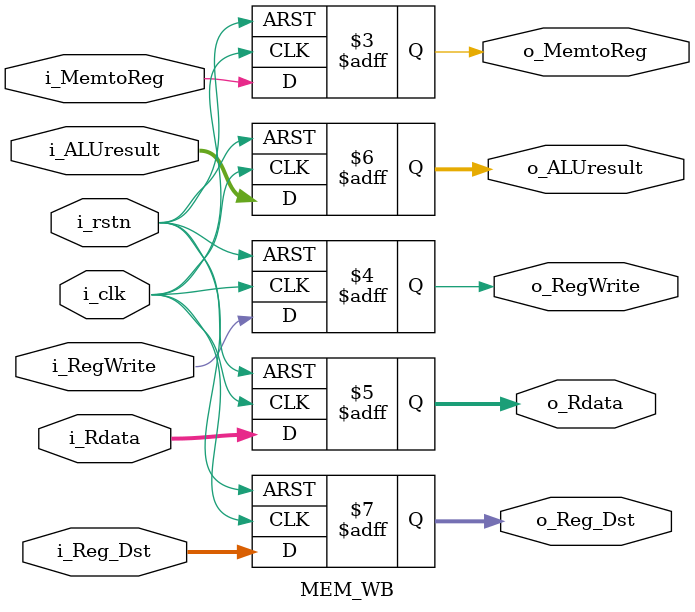
<source format=v>

module MEM_WB (
input i_clk,
input i_rstn,
input i_MemtoReg,
input i_RegWrite,
input [31:0] i_Rdata, //data memory
input [31:0] i_ALUresult,
input [4:0] i_Reg_Dst,
output reg o_MemtoReg,
output reg o_RegWrite,
output reg [31:0] o_Rdata, //data memory
output reg [31:0] o_ALUresult,
output reg [4:0] o_Reg_Dst
);

always @(posedge i_clk, negedge i_rstn) begin
if(!i_rstn)
begin
o_MemtoReg <= 1'b0;
o_RegWrite <= 1'b0;
o_Rdata <= 32'd0;
o_ALUresult<= 32'd0;
o_Reg_Dst <= 5'd0;
end
else
begin
o_MemtoReg <= i_MemtoReg; 
o_RegWrite <= i_RegWrite;
o_Rdata<= i_Rdata;
o_ALUresult<= i_ALUresult;
o_Reg_Dst <= i_Reg_Dst;
end
end
endmodule

</source>
